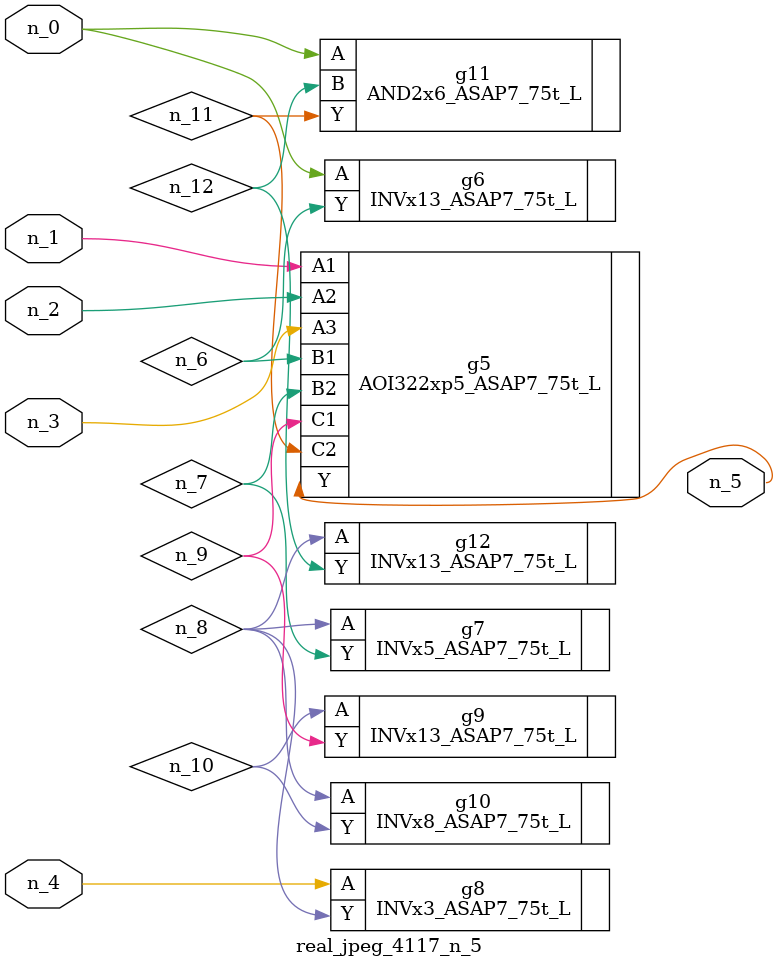
<source format=v>
module real_jpeg_4117_n_5 (n_4, n_0, n_1, n_2, n_3, n_5);

input n_4;
input n_0;
input n_1;
input n_2;
input n_3;

output n_5;

wire n_12;
wire n_8;
wire n_11;
wire n_6;
wire n_7;
wire n_10;
wire n_9;

INVx13_ASAP7_75t_L g6 ( 
.A(n_0),
.Y(n_6)
);

AND2x6_ASAP7_75t_L g11 ( 
.A(n_0),
.B(n_12),
.Y(n_11)
);

AOI322xp5_ASAP7_75t_L g5 ( 
.A1(n_1),
.A2(n_2),
.A3(n_3),
.B1(n_6),
.B2(n_7),
.C1(n_9),
.C2(n_11),
.Y(n_5)
);

INVx3_ASAP7_75t_L g8 ( 
.A(n_4),
.Y(n_8)
);

INVx5_ASAP7_75t_L g7 ( 
.A(n_8),
.Y(n_7)
);

INVx8_ASAP7_75t_L g10 ( 
.A(n_8),
.Y(n_10)
);

INVx13_ASAP7_75t_L g12 ( 
.A(n_8),
.Y(n_12)
);

INVx13_ASAP7_75t_L g9 ( 
.A(n_10),
.Y(n_9)
);


endmodule
</source>
